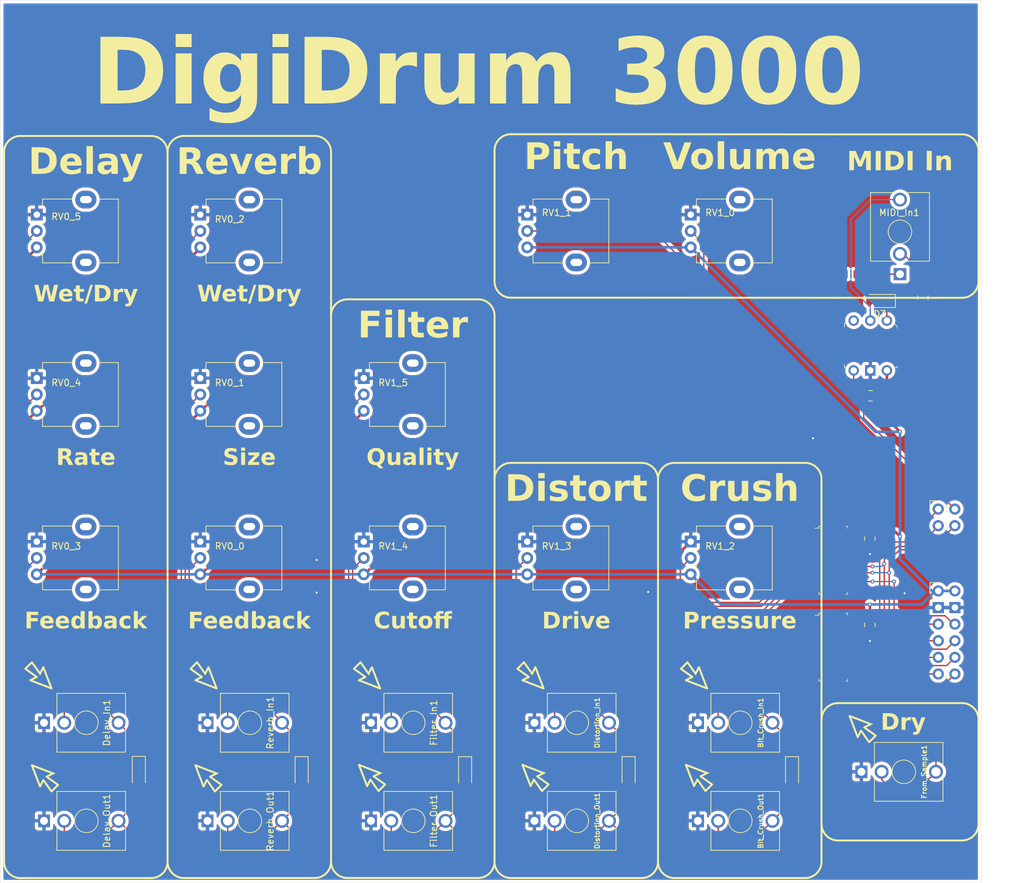
<source format=kicad_pcb>
(kicad_pcb (version 20240108) (generator "pcbnew") (generator_version "8.0")
  (title_block (title "Drum Machine Project") (date "2025-10-23") (rev "0"))
  (layers (0 "F.Cu" signal) (31 "B.Cu" signal) (34 "B.Paste" user) (35 "F.Paste" user) (36 "B.SilkS" user "B.Silkscreen") (37 "F.SilkS" user "F.Silkscreen") (38 "B.Mask" user) (39 "F.Mask" user) (44 "Edge.Cuts" user))
  (net 0 "")
  (net 1 "Net-(D4-K)")
  (net 2 "Net-(D4-A)")
  (net 3 "+3.3V")
  (net 4 "GND")
  (net 5 "Net-(C3-Pad1)")
  (net 6 "Net-(D1-K)")
  (net 7 "Net-(D1-A)")
  (net 8 "Net-(D2-A)")
  (net 9 "Net-(D2-K)")
  (net 10 "Net-(D3-K)")
  (net 11 "Net-(D3-A)")
  (net 12 "Net-(D5-A)")
  (net 13 "Net-(D5-K)")
  (net 14 "Net-(D6-K)")
  (net 15 "Net-(D6-A)")
  (net 16 "Net-(J2-Pin_12)")
  (net 17 "Net-(J2-Pin_6)")
  (net 18 "Net-(J2-Pin_5)")
  (net 19 "Net-(J3-Pin_2)")
  (net 20 "Net-(J3-Pin_3)")
  (net 21 "Net-(J3-Pin_4)")
  (net 22 "Net-(J3-Pin_1)")
  (net 23 "Net-(MIDI_In1-PadR)")
  (net 25 "Net-(U1-CH0)")
  (net 28 "Net-(U1-CH1)")
  (net 30 "Net-(U1-CH2)")
  (net 33 "Net-(U1-CH3)")
  (net 36 "Net-(U2-CH1)")
  (net 38 "Net-(U1-CH4)")
  (net 40 "Net-(U1-CH5)")
  (net 43 "Net-(U2-CH0)")
  (net 49 "Net-(U2-CH2)")
  (net 51 "Net-(U2-CH3)")
  (net 55 "Net-(U2-CH4)")
  (net 59 "Net-(U2-CH5)")
  (footprint "digikey-footprints:DIP-6_W7.62mm" (layer "F.Cu") (at 202.5 73.5 -90)
    (property "Reference" "U4" (hide yes))
    (property "Value" "H11L1M")
  )
  (footprint "My_Library:Potentiometer_Alpha_RD901F-40-00D_Single_Vertical_MP" (layer "F.Cu") (at 147.5 107.3)
    (property "Reference" "RV1_3")
    (property "Value" "R_Potentiometer_MountingPin" (hide yes))
  )
  (footprint "Connector_Audio:Jack_3.5mm_QingPu_WQP-PJ398SM_Vertical_CircularHoles" (layer "F.Cu") (at 148.6 150 90)
    (property "Reference" "Distortion_Out1")
    (property "Value" "AudioJack2_SwitchT")
  )
  (footprint "My_Library:Potentiometer_Alpha_RD901F-40-00D_Single_Vertical_MP" (layer "F.Cu") (at 97.5 107.3)
    (property "Reference" "RV0_0")
    (property "Value" "R_Potentiometer_MountingPin" (hide yes))
  )
  (footprint "My_Library:Potentiometer_Alpha_RD901F-40-00D_Single_Vertical_MP" (layer "F.Cu") (at 72.5 82.3)
    (property "Reference" "RV0_4")
    (property "Value" "R_Potentiometer_MountingPin" (hide yes))
  )
  (footprint "My_Library:Potentiometer_Alpha_RD901F-40-00D_Single_Vertical_MP" (layer "F.Cu") (at 122.5 82.3)
    (property "Reference" "RV1_5")
    (property "Value" "R_Potentiometer_MountingPin" (hide yes))
  )
  (footprint "Diode_SMD:D_SOD-123" (layer "F.Cu") (at 201.45 70.5 180)
    (property "Reference" "D3")
    (property "Value" "BAT46ZFILM")
  )
  (footprint "digikey-footprints:SOIC-16_W3.90mm" (layer "F.Cu") (at 194.3 110.145 -90)
    (property "Reference" "U2" (hide yes))
    (property "Value" "MCP3008")
  )
  (footprint "digikey-footprints:SOIC-16_W3.90mm" (layer "F.Cu") (at 194.3 123.445 -90)
    (property "Reference" "U1" (hide yes))
    (property "Value" "MCP3008")
  )
  (footprint "Diode_SMD:D_SOD-123" (layer "F.Cu") (at 113 142.55 -90)
    (property "Reference" "D2" (hide yes))
    (property "Value" "BAT46ZFILM")
  )
  (footprint "Diode_SMD:D_SOD-123" (layer "F.Cu") (at 88.1 142.5 -90)
    (property "Reference" "D1" (hide yes))
    (property "Value" "BAT46ZFILM")
  )
  (footprint "digikey-footprints:0805" (layer "F.Cu") (at 200 85 180)
    (property "Reference" "R2" (hide yes))
    (property "Value" "270")
  )
  (footprint "Connector_Audio:Jack_3.5mm_QingPu_WQP-PJ398SM_Vertical_CircularHoles" (layer "F.Cu") (at 73.6 135 90)
    (property "Reference" "Delay_In1")
    (property "Value" "AudioJack2_SwitchT")
  )
  (footprint "Connector_Audio:Jack_3.5mm_QingPu_WQP-PJ398SM_Vertical_CircularHoles" (layer "F.Cu") (at 198.6 142.5 90)
    (property "Reference" "From_Sample1")
    (property "Value" "AudioJack2_SwitchT")
  )
  (footprint "Connector_Audio:Jack_3.5mm_QingPu_WQP-PJ398SM_Vertical_CircularHoles" (layer "F.Cu") (at 123.6 150 90)
    (property "Reference" "Filter_Out1")
    (property "Value" "AudioJack2_SwitchT")
  )
  (footprint "My_Library:Potentiometer_Alpha_RD901F-40-00D_Single_Vertical_MP" (layer "F.Cu") (at 97.5 57.3)
    (property "Reference" "RV0_2")
    (property "Value" "R_Potentiometer_MountingPin" (hide yes))
  )
  (footprint "Diode_SMD:D_SOD-123" (layer "F.Cu") (at 138 142.55 -90)
    (property "Reference" "D5" (hide yes))
    (property "Value" "BAT46ZFILM")
  )
  (footprint "My_Library:Potentiometer_Alpha_RD901F-40-00D_Single_Vertical_MP" (layer "F.Cu") (at 172.5 57.3)
    (property "Reference" "RV1_0")
    (property "Value" "R_Potentiometer_MountingPin" (hide yes))
  )
  (footprint "Connector_Audio:Jack_3.5mm_QingPu_WQP-PJ398SM_Vertical_CircularHoles" (layer "F.Cu") (at 123.6 135 90)
    (property "Reference" "Filter_In1")
    (property "Value" "AudioJack2_SwitchT")
  )
  (footprint "Connector_Audio:Jack_3.5mm_QingPu_WQP-PJ398SM_Vertical_CircularHoles" (layer "F.Cu") (at 148.6 135 90)
    (property "Reference" "Distortion_In1")
    (property "Value" "AudioJack2_SwitchT")
  )
  (footprint "My_Library:Potentiometer_Alpha_RD901F-40-00D_Single_Vertical_MP" (layer "F.Cu") (at 147.5 57.3)
    (property "Reference" "RV1_1")
    (property "Value" "R_Potentiometer_MountingPin" (hide yes))
  )
  (footprint "Connector_Audio:Jack_3.5mm_QingPu_WQP-PJ398SM_Vertical_CircularHoles" (layer "F.Cu") (at 173.6 150 90)
    (property "Reference" "Bit_Crush_Out1")
    (property "Value" "AudioJack2_SwitchT")
  )
  (footprint "Connector_Audio:Jack_3.5mm_QingPu_WQP-PJ398SM_Vertical_CircularHoles" (layer "F.Cu") (at 98.6 135 90)
    (property "Reference" "Reverb_In1")
    (property "Value" "AudioJack2_SwitchT")
  )
  (footprint "Connector_PinHeader_2.54mm:PinHeader_2x02_P2.54mm_Horizontal" (layer "F.Cu") (at 210.35 102.325)
    (property "Reference" "J3" (hide yes))
    (property "Value" "Conn_02x02_Odd_Even" (hide yes))
  )
  (footprint "Connector_PinHeader_2.54mm:PinHeader_2x06_P2.54mm_Horizontal" (layer "F.Cu") (at 210.36 114.84)
    (property "Reference" "J2" (hide yes))
    (property "Value" "Conn_02x06_Odd_Even" (hide yes))
  )
  (footprint "My_Library:Potentiometer_Alpha_RD901F-40-00D_Single_Vertical_MP" (layer "F.Cu") (at 97.5 82.3)
    (property "Reference" "RV0_1")
    (property "Value" "R_Potentiometer_MountingPin" (hide yes))
  )
  (footprint "My_Library:Potentiometer_Alpha_RD901F-40-00D_Single_Vertical_MP" (layer "F.Cu") (at 72.5 57.3)
    (property "Reference" "RV0_5")
    (property "Value" "R_Potentiometer_MountingPin" (hide yes))
  )
  (footprint "My_Library:Jack_3.5mm_QingPu_WQP-PJ366ST_Vertical_CircularHoles" (layer "F.Cu") (at 204.5 66.4 180)
    (property "Reference" "MIDI_In1")
    (property "Value" "AudioJack3")
  )
  (footprint "My_Library:Potentiometer_Alpha_RD901F-40-00D_Single_Vertical_MP" (layer "F.Cu") (at 122.5 107.3)
    (property "Reference" "RV1_4")
    (property "Value" "R_Potentiometer_MountingPin" (hide yes))
  )
  (footprint "digikey-footprints:0805" (layer "F.Cu") (at 196.95 66.4 180)
    (property "Reference" "C3" (hide yes))
    (property "Value" "0.1uF")
  )
  (footprint "Connector_Audio:Jack_3.5mm_QingPu_WQP-PJ398SM_Vertical_CircularHoles" (layer "F.Cu") (at 98.6 150 90)
    (property "Reference" "Reverb_Out1")
    (property "Value" "AudioJack2_SwitchT")
  )
  (footprint "My_Library:Potentiometer_Alpha_RD901F-40-00D_Single_Vertical_MP" (layer "F.Cu") (at 172.5 107.3)
    (property "Reference" "RV1_2")
    (property "Value" "R_Potentiometer_MountingPin" (hide yes))
  )
  (footprint "Connector_Audio:Jack_3.5mm_QingPu_WQP-PJ398SM_Vertical_CircularHoles" (layer "F.Cu") (at 73.6 150 90)
    (property "Reference" "Delay_Out1")
    (property "Value" "AudioJack2_SwitchT")
  )
  (footprint "digikey-footprints:0805" (layer "F.Cu") (at 199.9 106.85 -90)
    (property "Reference" "C1" (hide yes))
    (property "Value" "1uF")
  )
  (footprint "digikey-footprints:0805" (layer "F.Cu") (at 208 70 -90)
    (property "Reference" "R1" (hide yes))
    (property "Value" "220")
  )
  (footprint "My_Library:Potentiometer_Alpha_RD901F-40-00D_Single_Vertical_MP" (layer "F.Cu") (at 72.5 107.3)
    (property "Reference" "RV0_3")
    (property "Value" "R_Potentiometer_MountingPin" (hide yes))
  )
  (footprint "Diode_SMD:D_SOD-123" (layer "F.Cu") (at 188 142.55 -90)
    (property "Reference" "D4" (hide yes))
    (property "Value" "BAT46ZFILM")
  )
  (footprint "Connector_Audio:Jack_3.5mm_QingPu_WQP-PJ398SM_Vertical_CircularHoles" (layer "F.Cu") (at 173.6 135 90)
    (property "Reference" "Bit_Crush_In1")
    (property "Value" "AudioJack2_SwitchT")
  )
  (footprint "digikey-footprints:0805" (layer "F.Cu") (at 199.9 120.05 -90)
    (property "Reference" "C2" (hide yes))
    (property "Value" "1uF")
  )
  (footprint "Diode_SMD:D_SOD-123" (layer "F.Cu") (at 163 142.55 -90)
    (property "Reference" "D6" (hide yes))
    (property "Value" "BAT46ZFILM")
  )
  (gr_line (start 216.5 47.517767) (end 216.5 67.517767) (stroke (width 0.3)) (layer "F.SilkS"))
  (gr_arc (start 145 158.741116) (mid 143.232233 158.008883) (end 142.5 156.241116) (stroke (width 0.3)) (layer "F.SilkS"))
  (gr_poly (pts (xy 97 125.75) (xy 98.25 127.5) (xy 98.75 126.5) (xy 100 129.75) (xy 96.75 128.5) (xy 97.75 128) (xy 96 126.75)) (stroke (width 0.3)) (fill none) (layer "F.SilkS"))
  (gr_arc (start 216.5 67.517767) (mid 215.767779 69.285555) (end 214 70.017767) (stroke (width 0.3)) (layer "F.SilkS"))
  (gr_poly (pts (xy 172 125.75) (xy 173.25 127.5) (xy 173.75 126.5) (xy 175 129.75) (xy 171.75 128.5) (xy 172.75 128) (xy 171 126.75)) (stroke (width 0.3)) (fill none) (layer "F.SilkS"))
  (gr_poly (pts (xy 99.75 145.5) (xy 98.5 143.75) (xy 98 144.75) (xy 96.75 141.5) (xy 100 142.75) (xy 99 143.25) (xy 100.75 144.5)) (stroke (width 0.3)) (fill none) (layer "F.SilkS"))
  (gr_poly (pts (xy 71.75 125.75) (xy 73 127.5) (xy 73.5 126.5) (xy 74.75 129.75) (xy 71.5 128.5) (xy 72.5 128) (xy 70.75 126.75)) (stroke (width 0.3)) (fill none) (layer "F.SilkS"))
  (gr_arc (start 90 45.267767) (mid 91.767767 46) (end 92.5 47.767767) (stroke (width 0.3)) (layer "F.SilkS"))
  (gr_poly (pts (xy 174.764175 145.436856) (xy 173.514175 143.686856) (xy 173.014175 144.686856) (xy 171.764175 141.436856) (xy 175.014175 142.686856) (xy 174.014175 143.186856) (xy 175.764175 144.436856)) (stroke (width 0.3)) (fill none) (layer "F.SilkS"))
  (gr_line (start 195.017767 132) (end 214 132) (stroke (width 0.3)) (layer "F.SilkS"))
  (gr_line (start 145 70) (end 165 70) (stroke (width 0.3)) (layer "F.SilkS"))
  (gr_line (start 195.017767 45.017767) (end 214 45.017767) (stroke (width 0.3)) (layer "F.SilkS"))
  (gr_line (start 70 158.75) (end 90 158.75) (stroke (width 0.3)) (layer "F.SilkS"))
  (gr_arc (start 70 158.75) (mid 68.232233 158.017767) (end 67.5 156.25) (stroke (width 0.3)) (layer "F.SilkS"))
  (gr_poly (pts (xy 74.75 145.5) (xy 73.5 143.75) (xy 73 144.75) (xy 71.75 141.5) (xy 75 142.75) (xy 74 143.25) (xy 75.75 144.5)) (stroke (width 0.3)) (fill none) (layer "F.SilkS"))
  (gr_arc (start 214 132) (mid 215.767767 132.732233) (end 216.5 134.5) (stroke (width 0.3)) (layer "F.SilkS"))
  (gr_arc (start 165 95.258883) (mid 166.767767 95.991116) (end 167.5 97.758883) (stroke (width 0.3)) (layer "F.SilkS"))
  (gr_line (start 170 95.258883) (end 190 95.258883) (stroke (width 0.3)) (layer "F.SilkS"))
  (gr_line (start 92.5 47.758883) (end 92.5 156.241116) (stroke (width 0.3)) (layer "F.SilkS"))
  (gr_arc (start 167.5 156.241116) (mid 166.767767 158.008883) (end 165 158.741116) (stroke (width 0.3)) (layer "F.SilkS"))
  (gr_line (start 192.5 97.758883) (end 192.5 156.241116) (stroke (width 0.3)) (layer "F.SilkS"))
  (gr_arc (start 167.5 97.758883) (mid 168.232233 95.991116) (end 170 95.258883) (stroke (width 0.3)) (layer "F.SilkS"))
  (gr_arc (start 216.5 150.5) (mid 215.767767 152.267767) (end 214 153) (stroke (width 0.3)) (layer "F.SilkS"))
  (gr_line (start 142.5 47.5) (end 142.5 67.5) (stroke (width 0.3)) (layer "F.SilkS"))
  (gr_line (start 195.017767 70.017767) (end 214 70.017767) (stroke (width 0.3)) (layer "F.SilkS"))
  (gr_arc (start 192.5 156.241116) (mid 191.767767 158.008883) (end 190 158.741116) (stroke (width 0.3)) (layer "F.SilkS"))
  (gr_line (start 145 45) (end 165 45) (stroke (width 0.3)) (layer "F.SilkS"))
  (gr_arc (start 214 45.017767) (mid 215.767779 45.749998) (end 216.5 47.517767) (stroke (width 0.3)) (layer "F.SilkS"))
  (gr_line (start 67.5 47.767767) (end 67.5 156.25) (stroke (width 0.3)) (layer "F.SilkS"))
  (gr_arc (start 67.5 47.767767) (mid 68.232233 46) (end 70 45.267767) (stroke (width 0.3)) (layer "F.SilkS"))
  (gr_line (start 120 158.732233) (end 140 158.732233) (stroke (width 0.3)) (layer "F.SilkS"))
  (gr_poly (pts (xy 199.78866 137.96134) (xy 198.53866 136.21134) (xy 198.03866 137.21134) (xy 196.78866 133.96134) (xy 200.03866 135.21134) (xy 199.03866 135.71134) (xy 200.78866 136.96134)) (stroke (width 0.3)) (fill none) (layer "F.SilkS"))
  (gr_poly (pts (xy 147 125.75) (xy 148.25 127.5) (xy 148.75 126.5) (xy 150 129.75) (xy 146.75 128.5) (xy 147.75 128) (xy 146 126.75)) (stroke (width 0.3)) (fill none) (layer "F.SilkS"))
  (gr_line (start 167.5 97.758883) (end 167.5 156.241116) (stroke (width 0.3)) (layer "F.SilkS"))
  (gr_line (start 145 95.258883) (end 165 95.258883) (stroke (width 0.3)) (layer "F.SilkS"))
  (gr_poly (pts (xy 149.764175 145.436856) (xy 148.514175 143.686856) (xy 148.014175 144.686856) (xy 146.764175 141.436856) (xy 150.014175 142.686856) (xy 149.014175 143.186856) (xy 150.764175 144.436856)) (stroke (width 0.3)) (fill none) (layer "F.SilkS"))
  (gr_line (start 195.017767 153) (end 214 153) (stroke (width 0.3)) (layer "F.SilkS"))
  (gr_arc (start 95 158.741116) (mid 93.232233 158.008883) (end 92.5 156.241116) (stroke (width 0.3)) (layer "F.SilkS"))
  (gr_line (start 165 45) (end 195.017767 45.017767) (stroke (width 0.3)) (layer "F.SilkS"))
  (gr_arc (start 192.517767 134.5) (mid 193.25 132.732233) (end 195.017767 132) (stroke (width 0.3)) (layer "F.SilkS"))
  (gr_arc (start 117.5 156.241116) (mid 116.767767 158.008883) (end 115 158.741116) (stroke (width 0.3)) (layer "F.SilkS"))
  (gr_line (start 117.5 47.75) (end 117.5 156.232233) (stroke (width 0.3)) (layer "F.SilkS"))
  (gr_arc (start 170 158.741116) (mid 168.232233 158.008883) (end 167.5 156.241116) (stroke (width 0.3)) (layer "F.SilkS"))
  (gr_arc (start 145 70) (mid 143.232233 69.267767) (end 142.5 67.5) (stroke (width 0.3)) (layer "F.SilkS"))
  (gr_line (start 165 70) (end 195.017767 70.017767) (stroke (width 0.3)) (layer "F.SilkS"))
  (gr_arc (start 140 70.25) (mid 141.767767 70.982233) (end 142.5 72.75) (stroke (width 0.3)) (layer "F.SilkS"))
  (gr_line (start 142.5 72.75) (end 142.5 156.232233) (stroke (width 0.3)) (layer "F.SilkS"))
  (gr_line (start 170 158.741116) (end 190 158.741116) (stroke (width 0.3)) (layer "F.SilkS"))
  (gr_arc (start 142.5 47.5) (mid 143.232233 45.732233) (end 145 45) (stroke (width 0.3)) (layer "F.SilkS"))
  (gr_poly (pts (xy 124.764175 145.436856) (xy 123.514175 143.686856) (xy 123.014175 144.686856) (xy 121.764175 141.436856) (xy 125.014175 142.686856) (xy 124.014175 143.186856) (xy 125.764175 144.436856)) (stroke (width 0.3)) (fill none) (layer "F.SilkS"))
  (gr_line (start 70 45.267767) (end 90 45.267767) (stroke (width 0.3)) (layer "F.SilkS"))
  (gr_line (start 145 158.741116) (end 165 158.741116) (stroke (width 0.3)) (layer "F.SilkS"))
  (gr_arc (start 190 95.258883) (mid 191.767767 95.991116) (end 192.5 97.758883) (stroke (width 0.3)) (layer "F.SilkS"))
  (gr_line (start 120 70.25) (end 140 70.25) (stroke (width 0.3)) (layer "F.SilkS"))
  (gr_arc (start 92.5 156.25) (mid 91.767767 158.017767) (end 90 158.75) (stroke (width 0.3)) (layer "F.SilkS"))
  (gr_line (start 95 158.741116) (end 115 158.741116) (stroke (width 0.3)) (layer "F.SilkS"))
  (gr_arc (start 195.017767 153) (mid 193.25 152.267767) (end 192.517767 150.5) (stroke (width 0.3)) (layer "F.SilkS"))
  (gr_arc (start 120 158.732233) (mid 118.232233 158) (end 117.5 156.232233) (stroke (width 0.3)) (layer "F.SilkS"))
  (gr_arc (start 117.5 72.75) (mid 118.232233 70.982233) (end 120 70.25) (stroke (width 0.3)) (layer "F.SilkS"))
  (gr_line (start 216.5 134.5) (end 216.5 150.5) (stroke (width 0.3)) (layer "F.SilkS"))
  (gr_arc (start 142.5 97.758883) (mid 143.232233 95.991116) (end 145 95.258883) (stroke (width 0.3)) (layer "F.SilkS"))
  (gr_poly (pts (xy 122 125.75) (xy 123.25 127.5) (xy 123.75 126.5) (xy 125 129.75) (xy 121.75 128.5) (xy 122.75 128) (xy 121 126.75)) (stroke (width 0.3)) (fill none) (layer "F.SilkS"))
  (gr_arc (start 115 45.258883) (mid 116.767767 45.991116) (end 117.5 47.758883) (stroke (width 0.3)) (layer "F.SilkS"))
  (gr_arc (start 92.5 47.758883) (mid 93.232233 45.991116) (end 95 45.258883) (stroke (width 0.3)) (layer "F.SilkS"))
  (gr_arc (start 142.5 156.232233) (mid 141.767767 158) (end 140 158.732233) (stroke (width 0.3)) (layer "F.SilkS"))
  (gr_line (start 95 45.258883) (end 115 45.258883) (stroke (width 0.3)) (layer "F.SilkS"))
  (gr_rect (start 66.9 24.5) (end 216.9 159.5) (stroke (width 0.05)) (fill none) (layer "Edge.Cuts"))
  (gr_text "DigiDrum 3000" (at 140 42 0) (layer "F.SilkS") (effects (font (size 10 10) (thickness 0.2) (bold yes) (italic yes)) (justify bottom)))
  (gr_text "Cutoff" (at 130 121 0) (layer "F.SilkS") (effects (font (size 2.5 2.5) (thickness 0.4) (bold yes)) (justify bottom)))
  (gr_text "MIDI In" (at 204.5 51 0) (layer "F.SilkS") (effects (font (size 2.9 2.9) (thickness 0.2) (bold yes)) (justify bottom)))
  (gr_text "Pressure" (at 180 121 0) (layer "F.SilkS") (effects (font (size 2.5 2.5) (thickness 0.4) (bold yes)) (justify bottom)))
  (gr_text "Size" (at 105 96 0) (layer "F.SilkS") (effects (font (size 2.5 2.5) (thickness 0.4) (bold yes)) (justify bottom)))
  (gr_text "Reverb" (at 105 51.75 0) (layer "F.SilkS") (effects (font (size 4 4) (thickness 0.4) (bold yes)) (justify bottom)))
  (gr_text "Dry" (at 205 136.5 0) (layer "F.SilkS") (effects (font (size 2.5 2.5) (thickness 0.4) (bold yes)) (justify bottom)))
  (gr_text "Delay" (at 80 51.75 0) (layer "F.SilkS") (effects (font (size 4 4) (thickness 0.4) (bold yes)) (justify bottom)))
  (gr_text "Drive" (at 155 121 0) (layer "F.SilkS") (effects (font (size 2.5 2.5) (thickness 0.4) (bold yes)) (justify bottom)))
  (gr_text "Feedback" (at 105 121 0) (layer "F.SilkS") (effects (font (size 2.5 2.5) (thickness 0.4) (bold yes)) (justify bottom)))
  (gr_text "Rate" (at 80 96 0) (layer "F.SilkS") (effects (font (size 2.5 2.5) (thickness 0.4) (bold yes)) (justify bottom)))
  (gr_text "Wet/Dry" (at 80 71 0) (layer "F.SilkS") (effects (font (size 2.5 2.5) (thickness 0.4) (bold yes)) (justify bottom)))
  (gr_text "Crush" (at 180 101.75 0) (layer "F.SilkS") (effects (font (size 4 4) (thickness 0.4) (bold yes)) (justify bottom)))
  (gr_text "Distort" (at 155 101.75 0) (layer "F.SilkS") (effects (font (size 4 4) (thickness 0.4) (bold yes)) (justify bottom)))
  (gr_text "Quality" (at 130 96 0) (layer "F.SilkS") (effects (font (size 2.5 2.5) (thickness 0.4) (bold yes)) (justify bottom)))
  (gr_text "Filter" (at 130 76.75 0) (layer "F.SilkS") (effects (font (size 4 4) (thickness 0.4) (bold yes)) (justify bottom)))
  (gr_text "Pitch" (at 155 51 0) (layer "F.SilkS") (effects (font (size 4 4) (thickness 0.4) (bold yes)) (justify bottom)))
  (gr_text "Volume" (at 180 51 0) (layer "F.SilkS") (effects (font (size 4 4) (thickness 0.4) (bold yes)) (justify bottom)))
  (gr_text "Feedback" (at 80 121 0) (layer "F.SilkS") (effects (font (size 2.5 2.5) (thickness 0.4) (bold yes)) (justify bottom)))
  (gr_text "Wet/Dry" (at 105 71 0) (layer "F.SilkS") (effects (font (size 2.5 2.5) (thickness 0.4) (bold yes)) (justify bottom)))
  (segment (start 188 138) (end 188 140.9) (width 0.2) (layer "F.Cu") (net 1))
  (segment (start 188 138) (end 185 135) (width 0.2) (layer "F.Cu") (net 1))
  (segment (start 182 131.9) (end 185 134.9) (width 0.2) (layer "F.Cu") (net 1))
  (segment (start 176.7 134.9) (end 176.7 133.2) (width 0.2) (layer "F.Cu") (net 1))
  (segment (start 178 131.9) (end 182 131.9) (width 0.2) (layer "F.Cu") (net 1))
  (segment (start 176.7 133.2) (end 178 131.9) (width 0.2) (layer "F.Cu") (net 1))
  (segment (start 178.1 153) (end 182 153) (width 0.2) (layer "F.Cu") (net 2))
  (segment (start 193.4 137.937256) (end 208.877256 122.46) (width 0.2) (layer "F.Cu") (net 2))
  (segment (start 176.7 149.9) (end 176.7 151.6) (width 0.2) (layer "F.Cu") (net 2))
  (segment (start 208.877256 122.46) (end 210.36 122.46) (width 0.2) (layer "F.Cu") (net 2))
  (segment (start 193.4 142) (end 193.4 137.937256) (width 0.2) (layer "F.Cu") (net 2))
  (segment (start 188 147) (end 188 144.2) (width 0.2) (layer "F.Cu") (net 2))
  (segment (start 191.2 144.2) (end 193.4 142) (width 0.2) (layer "F.Cu") (net 2))
  (segment (start 188 144.2) (end 191.2 144.2) (width 0.2) (layer "F.Cu") (net 2))
  (segment (start 182 153) (end 185 150) (width 0.2) (layer "F.Cu") (net 2))
  (segment (start 185 150) (end 188 147) (width 0.2) (layer "F.Cu") (net 2))
  (segment (start 176.7 151.6) (end 178.1 153) (width 0.2) (layer "F.Cu") (net 2))
  (segment (start 124.5 110.4) (end 124.5 106.1) (width 0.4) (layer "F.Cu") (net 3))
  (segment (start 124.5 106.1) (end 124 105.6) (width 0.4) (layer "F.Cu") (net 3))
  (segment (start 99.5 81.1) (end 99 80.6) (width 0.4) (layer "F.Cu") (net 3))
  (segment (start 199.82 118.92) (end 199.9 119) (width 0.4) (layer "F.Cu") (net 3))
  (segment (start 97.5 87.4) (end 99.5 85.4) (width 0.4) (layer "F.Cu") (net 3))
  (segment (start 198.71 120.19) (end 199.9 119) (width 0.4) (layer "F.Cu") (net 3))
  (segment (start 96.5 80.6) (end 96 80.1) (width 0.4) (layer "F.Cu") (net 3))
  (segment (start 72.5 87.3) (end 72.5 87.7) (width 0.4) (layer "F.Cu") (net 3))
  (segment (start 96 88.9) (end 97.5 87.4) (width 0.4) (layer "F.Cu") (net 3))
  (segment (start 99.5 106.1) (end 99 105.6) (width 0.4) (layer "F.Cu") (net 3))
  (segment (start 197 118.92) (end 199.82 118.92) (width 0.4) (layer "F.Cu") (net 3))
  (segment (start 199.8 105.7) (end 199.9 105.8) (width 0.4) (layer "F.Cu") (net 3))
  (segment (start 202.5 83.55) (end 201.05 85) (width 0.4) (layer "F.Cu") (net 3))
  (segment (start 96 80.1) (end 96 63.9) (width 0.4) (layer "F.Cu") (net 3))
  (segment (start 99 105.6) (end 96.5 105.6) (width 0.4) (layer "F.Cu") (net 3))
  (segment (start 96.5 105.6) (end 96 105.1) (width 0.4) (layer "F.Cu") (net 3))
  (segment (start 202.5 81.12) (end 202.5 83.55) (width 0.4) (layer "F.Cu") (net 3))
  (segment (start 99.5 110.4) (end 99.5 106.1) (width 0.4) (layer "F.Cu") (net 3))
  (segment (start 97.5 112.4) (end 99.5 110.4) (width 0.4) (layer "F.Cu") (net 3))
  (segment (start 121 105.1) (end 121 88.9) (width 0.4) (layer "F.Cu") (net 3))
  (segment (start 121 88.9) (end 122.5 87.4) (width 0.4) (layer "F.Cu") (net 3))
  (segment (start 198.73 106.97) (end 199.9 105.8) (width 0.4) (layer "F.Cu") (net 3))
  (segment (start 199.9 119) (end 199.9 116.9) (width 0.4) (layer "F.Cu") (net 3))
  (segment (start 71 105) (end 71 88.8) (width 0.4) (layer "F.Cu") (net 3))
  (segment (start 74 105.5) (end 71.5 105.5) (width 0.4) (layer "F.Cu") (net 3))
  (segment (start 74 80.6) (end 71.5 80.6) (width 0.4) (layer "F.Cu") (net 3))
  (segment (start 122.5 112.4) (end 124.5 110.4) (width 0.4) (layer "F.Cu") (net 3))
  (segment (start 71 63.9) (end 72.5 62.4) (width 0.4) (layer "F.Cu") (net 3))
  (segment (start 121.5 105.6) (end 121 105.1) (width 0.4) (layer "F.Cu") (net 3))
  (segment (start 71.5 105.5) (end 71 105) (width 0.4) (layer "F.Cu") (net 3))
  (segment (start 201.05 87.05) (end 201.05 85) (width 0.4) (layer "F.Cu") (net 3))
  (segment (start 74.5 110.3) (end 74.5 106) (width 0.4) (layer "F.Cu") (net 3))
  (segment (start 204.5 106.5) (end 203.8 105.8) (width 0.4) (layer "F.Cu") (net 3))
  (segment (start 71.5 80.6) (end 71 80.1) (width 0.4) (layer "F.Cu") (net 3))
  (segment (start 74.5 85.4) (end 74.5 81.1) (width 0.4) (layer "F.Cu") (net 3))
  (segment (start 71 80.1) (end 71 63.9) (width 0.4) (layer "F.Cu") (net 3))
  (segment (start 203.8 105.8) (end 199.9 105.8) (width 0.4) (layer "F.Cu") (net 3))
  (segment (start 74.5 106) (end 74 105.5) (width 0.4) (layer "F.Cu") (net 3))
  (segment (start 197 106.97) (end 198.73 106.97) (width 0.4) (layer "F.Cu") (net 3))
  (segment (start 72.5 112.3) (end 74.5 110.3) (width 0.4) (layer "F.Cu") (net 3))
  (segment (start 72.5 87.4) (end 74.5 85.4) (width 0.4) (layer "F.Cu") (net 3))
  (segment (start 74.5 81.1) (end 74 80.6) (width 0.4) (layer "F.Cu") (net 3))
  (segment (start 99.5 85.4) (end 99.5 81.1) (width 0.4) (layer "F.Cu") (net 3))
  (segment (start 197 120.19) (end 198.71 120.19) (width 0.4) (layer "F.Cu") (net 3))
  (segment (start 71 88.8) (end 72.5 87.3) (width 0.4) (layer "F.Cu") (net 3))
  (segment (start 96 105.1) (end 96 88.9) (width 0.4) (layer "F.Cu") (net 3))
  (segment (start 96 63.9) (end 97.5 62.4) (width 0.4) (layer "F.Cu") (net 3))
  (segment (start 99 80.6) (end 96.5 80.6) (width 0.4) (layer "F.Cu") (net 3))
  (segment (start 124 105.6) (end 121.5 105.6) (width 0.4) (layer "F.Cu") (net 3))
  (segment (start 197 105.7) (end 199.8 105.7) (width 0.4) (layer "F.Cu") (net 3))
  (segment (start 204.5 90.5) (end 201.05 87.05) (width 0.4) (layer "F.Cu") (net 3))
  (via (at 204.5 90.5) (size 0.6) (drill 0.3) (layers "F.Cu" "B.Cu") (net 3))
  (via (at 204.5 106.5) (size 0.6) (drill 0.3) (layers "F.Cu" "B.Cu") (net 3))
  (via (at 199.9 116.9) (size 0.6) (drill 0.3) (layers "F.Cu" "B.Cu") (net 3))
  (segment (start 177.1 116.9) (end 199.9 116.9) (width 0.4) (layer "B.Cu") (net 3))
  (segment (start 200.7 90.5) (end 172.5 62.3) (width 0.4) (layer "B.Cu") (net 3))
  (segment (start 122.5 112.3) (end 147.5 112.3) (width 0.4) (layer "B.Cu") (net 3))
  (segment (start 212.9 114.84) (end 209.36 114.84) (width 0.4) (layer "B.Cu") (net 3))
  (segment (start 199.9 116.9) (end 207.85 116.9) (width 0.4) (layer "B.Cu") (net 3))
  (segment (start 210.36 114.84) (end 209.91 114.84) (width 0.4) (layer "B.Cu") (net 3))
  (segment (start 172.5 112.3) (end 177.1 116.9) (width 0.4) (layer "B.Cu") (net 3))
  (segment (start 98 112.3) (end 122.5 112.3) (width 0.4) (layer "B.Cu") (net 3))
  (segment (start 204.5 90.5) (end 200.7 90.5) (width 0.4) (layer "B.Cu") (net 3))
  (segment (start 209.36 114.84) (end 204.5 109.98) (width 0.4) (layer "B.Cu") (net 3))
  (segment (start 207.85 116.9) (end 209.91 114.84) (width 0.4) (layer "B.Cu") (net 3))
  (segment (start 172.5 112.3) (end 147.5 112.3) (width 0.4) (layer "B.Cu") (net 3))
  (segment (start 204.5 106.5) (end 204.5 109) (width 0.4) (layer "B.Cu") (net 3))
  (segment (start 204.5 109) (end 204.5 90.5) (width 0.4) (layer "B.Cu") (net 3))
  (segment (start 72.5 112.3) (end 98 112.3) (width 0.4) (layer "B.Cu") (net 3))
  (segment (start 172.5 62.3) (end 147.5 62.3) (width 0.4) (layer "B.Cu") (net 3))
  (segment (start 204.5 109.98) (end 204.5 109) (width 0.4) (layer "B.Cu") (net 3))
  (segment (start 191.5 82.2) (end 191.2 82.5) (width 0.4) (layer "F.Cu") (net 4))
  (segment (start 195.6 78.1) (end 191.5 82.2) (width 0.4) (layer "F.Cu") (net 4))
  (segment (start 199.96 78.96) (end 199.1 78.1) (width 0.4) (layer "F.Cu") (net 4))
  (segment (start 199.96 81.12) (end 199.96 78.96) (width 0.4) (layer "F.Cu") (net 4))
  (segment (start 172.5 107.3) (end 166 113.8) (width 0.4) (layer "F.Cu") (net 4))
  (segment (start 191.2 82.5) (end 191.2 91.5) (width 0.4) (layer "F.Cu") (net 4))
  (segment (start 199.9 107.9) (end 199.9 109.2) (width 0.4) (layer "F.Cu") (net 4))
  (segment (start 166 113.8) (end 166 115) (width 0.4) (layer "F.Cu") (net 4))
  (segment (start 115.3 110.1) (end 115.3 115.1) (width 0.4) (layer "F.Cu") (net 4))
  (segment (start 199.9 121.1) (end 199.9 122.5) (width 0.4) (layer "F.Cu") (net 4))
  (segment (start 199.1 78.1) (end 195.6 78.1) (width 0.4) (layer "F.Cu") (net 4))
  (via (at 191.2 91.5) (size 0.6) (drill 0.3) (layers "F.Cu" "B.Cu") (net 4))
  (via (at 205.2 115.2) (size 0.6) (drill 0.3) (layers "F.Cu" "B.Cu") (net 4))
  (via (at 115.3 110.1) (size 0.6) (drill 0.3) (layers "F.Cu" "B.Cu") (net 4))
  (via (at 199.9 109.2) (size 0.6) (drill 0.3) (layers "F.Cu" "B.Cu") (net 4))
  (via (at 199.9 122.5) (size 0.6) (drill 0.3) (layers "F.Cu" "B.Cu") (net 4))
  (via (at 166 115) (size 0.6) (drill 0.3) (layers "F.Cu" "B.Cu") (net 4))
  (via (at 115.3 115.1) (size 0.6) (drill 0.3) (layers "F.Cu" "B.Cu") (net 4))
  (segment (start 198.4 110.7) (end 198.4 111.2) (width 0.4) (layer "B.Cu") (net 4))
  (segment (start 210.36 117.38) (end 210.36 117.48) (width 0.4) (layer "B.Cu") (net 4))
  (segment (start 198.4 111.2) (end 198.4 114.3) (width 0.4) (layer "B.Cu") (net 4))
  (segment (start 118.1 107.3) (end 115.3 110.1) (width 0.4) (layer "B.Cu") (net 4))
  (segment (start 199.9 109.2) (end 198.4 110.7) (width 0.4) (layer "B.Cu") (net 4))
  (segment (start 122.5 107.3) (end 118.1 107.3) (width 0.4) (layer "B.Cu") (net 4))
  (segment (start 199.3 115.2) (end 205.2 115.2) (width 0.4) (layer "B.Cu") (net 4))
  (segment (start 198.4 114.3) (end 199.3 115.2) (width 0.4) (layer "B.Cu") (net 4))
  (segment (start 204.9 66.3) (end 205 66.4) (width 0.2) (layer "F.Cu") (net 5))
  (segment (start 204.5 66.4) (end 198 66.4) (width 0.2) (layer "F.Cu") (net 5))
  (segment (start 82 132) (end 85 135) (width 0.2) (layer "F.Cu") (net 6))
  (segment (start 85 135) (end 88.1 138.1) (width 0.2) (layer "F.Cu") (net 6))
  (segment (start 76.7 135) (end 76.7 133.3) (width 0.2) (layer "F.Cu") (net 6))
  (segment (start 78 132) (end 82 132) (width 0.2) (layer "F.Cu") (net 6))
  (segment (start 76.7 133.3) (end 78 132) (width 0.2) (layer "F.Cu") (net 6))
  (segment (start 88.1 138.1) (end 88.1 140.85) (width 0.2) (layer "F.Cu") (net 6))
  (segment (start 206.06 127.54) (end 210.36 127.54) (width 0.2) (layer "F.Cu") (net 7))
  (segment (start 183 158) (end 195 146) (width 0.2) (layer "F.Cu") (net 7))
  (segment (start 195 138.6) (end 206.06 127.54) (width 0.2) (layer "F.Cu") (net 7))
  (segment (start 76.7 151.7) (end 78 153) (width 0.2) (layer "F.Cu") (net 7))
  (segment (start 85 150) (end 93 158) (width 0.2) (layer "F.Cu") (net 7))
  (segment (start 195 146) (end 195 138.6) (width 0.2) (layer "F.Cu") (net 7))
  (segment (start 76.7 150) (end 76.7 151.7) (width 0.2) (layer "F.Cu") (net 7))
  (segment (start 82 153) (end 85 150) (width 0.2) (layer "F.Cu") (net 7))
  (segment (start 88.1 146.9) (end 88.1 144.15) (width 0.2) (layer "F.Cu") (net 7))
  (segment (start 93 158) (end 183 158) (width 0.2) (layer "F.Cu") (net 7))
  (segment (start 78 153) (end 82 153) (width 0.2) (layer "F.Cu") (net 7))
  (segment (start 85 150) (end 88.1 146.9) (width 0.2) (layer "F.Cu") (net 7))
  (segment (start 101.7 150) (end 101.7 151.7) (width 0.2) (layer "F.Cu") (net 8))
  (segment (start 107 153) (end 110 150) (width 0.2) (layer "F.Cu") (net 8))
  (segment (start 103 153) (end 107 153) (width 0.2) (layer "F.Cu") (net 8))
  (segment (start 211.65 126.25) (end 212.9 125) (width 0.2) (layer "F.Cu") (net 8))
  (segment (start 110 150) (end 113 147) (width 0.2) (layer "F.Cu") (net 8))
  (segment (start 183 157) (end 194.6 145.4) (width 0.2) (layer "F.Cu") (net 8))
  (segment (start 206.784314 126.25) (end 211.65 126.25) (width 0.2) (layer "F.Cu") (net 8))
  (segment (start 117 157) (end 183 157) (width 0.2) (layer "F.Cu") (net 8))
  (segment (start 101.7 151.7) (end 103 153) (width 0.2) (layer "F.Cu") (net 8))
  (segment (start 194.6 138.434314) (end 206.784314 126.25) (width 0.2) (layer "F.Cu") (net 8))
  (segment (start 194.6 145.4) (end 194.6 138.434314) (width 0.2) (layer "F.Cu") (net 8))
  (segment (start 113 147) (end 113 144.2) (width 0.2) (layer "F.Cu") (net 8))
  (segment (start 110 150) (end 117 157) (width 0.2) (layer "F.Cu") (net 8))
  (segment (start 113 138) (end 110 135) (width 0.2) (layer "F.Cu") (net 9))
  (segment (start 103 131.9) (end 107 131.9) (width 0.2) (layer "F.Cu") (net 9))
  (segment (start 107 131.9) (end 110 134.9) (width 0.2) (layer "F.Cu") (net 9))
  (segment (start 101.7 134.9) (end 101.7 133.2) (width 0.2) (layer "F.Cu") (net 9))
  (segment (start 101.7 133.2) (end 103 131.9) (width 0.2) (layer "F.Cu") (net 9))
  (segment (start 113 140.9) (end 113 138) (width 0.2) (layer "F.Cu") (net 9))
  (segment (start 202.5 73.5) (end 202.5 71.1) (width 0.2) (layer "F.Cu") (net 10))
  (segment (start 207.45 70.5) (end 208 71.05) (width 0.2) (layer "F.Cu") (net 10))
  (segment (start 202.5 71.1) (end 203.1 70.5) (width 0.2) (layer "F.Cu") (net 10))
  (segment (start 203.1 70.5) (end 207.45 70.5) (width 0.2) (layer "F.Cu") (net 10))
  (segment (start 199.960844 70.450287) (end 199.960844 73.499156) (width 0.2) (layer "F.Cu") (net 11))
  (segment (start 200.010557 70.5) (end 199.960844 70.450287) (width 0.2) (layer "F.Cu") (net 11))
  (segment (start 199.960844 73.499156) (end 199.96 73.5) (width 0.2) (layer "F.Cu") (net 11))
  (segment (start 197 68.5) (end 199.96 71.46) (width 0.2) (layer "B.Cu") (net 11))
  (segment (start 200 55) (end 197 58) (width 0.2) (layer "B.Cu") (net 11))
  (segment (start 200 55) (end 205 55) (width 0.2) (layer "B.Cu") (net 11))
  (segment (start 197 58) (end 197 68.5) (width 0.2) (layer "B.Cu") (net 11))
  (segment (start 199.96 71.46) (end 199.96 73.5) (width 0.2) (layer "B.Cu") (net 11))
  (segment (start 194.2 144.8) (end 183 156) (width 0.2) (layer "F.Cu") (net 12))
  (segment (start 126.7 151.7) (end 128 153) (width 0.2) (layer "F.Cu") (net 12))
  (segment (start 183 156) (end 141 156) (width 0.2) (layer "F.Cu") (net 12))
  (segment (start 135 150) (end 138 147) (width 0.2) (layer "F.Cu") (net 12))
  (segment (start 126.7 150) (end 126.7 151.7) (width 0.2) (layer "F.Cu") (net 12))
  (segment (start 128 153) (end 132 153) (width 0.2) (layer "F.Cu") (net 12))
  (segment (start 141 156) (end 135 150) (width 0.2) (layer "F.Cu") (net 12))
  (segment (start 194.2 138.268628) (end 194.2 144.8) (width 0.2) (layer "F.Cu") (net 12))
  (segment (start 207.468628 125) (end 194.2 138.268628) (width 0.2) (layer "F.Cu") (net 12))
  (segment (start 132 153) (end 135 150) (width 0.2) (layer "F.Cu") (net 12))
  (segment (start 209.36 125) (end 207.468628 125) (width 0.2) (layer "F.Cu") (net 12))
  (segment (start 138 147) (end 138 144.2) (width 0.2) (layer "F.Cu") (net 12))
  (segment (start 138 138) (end 135 135) (width 0.2) (layer "F.Cu") (net 13))
  (segment (start 126.7 133.2) (end 128 131.9) (width 0.2) (layer "F.Cu") (net 13))
  (segment (start 138 140.9) (end 138 138) (width 0.2) (layer "F.Cu") (net 13))
  (segment (start 132 131.9) (end 135 134.9) (width 0.2) (layer "F.Cu") (net 13))
  (segment (start 126.7 134.9) (end 126.7 133.2) (width 0.2) (layer "F.Cu") (net 13))
  (segment (start 128 131.9) (end 132 131.9) (width 0.2) (layer "F.Cu") (net 13))
  (segment (start 153 131.9) (end 157 131.9) (width 0.2) (layer "F.Cu") (net 14))
  (segment (start 151.7 134.9) (end 151.7 133.2) (width 0.2) (layer "F.Cu") (net 14))
  (segment (start 163 140.9) (end 163 138) (width 0.2) (layer "F.Cu") (net 14))
  (segment (start 163 138) (end 160 135) (width 0.2) (layer "F.Cu") (net 14))
  (segment (start 151.7 133.2) (end 153 131.9) (width 0.2) (layer "F.Cu") (net 14))
  (segment (start 157 131.9) (end 160 134.9) (width 0.2) (layer "F.Cu") (net 14))
  (segment (start 165 155) (end 183 155) (width 0.2) (layer "F.Cu") (net 15))
  (segment (start 160 150) (end 163 147) (width 0.2) (layer "F.Cu") (net 15))
  (segment (start 163 147) (end 163 144.2) (width 0.2) (layer "F.Cu") (net 15))
  (segment (start 193.8 144.2) (end 193.8 138.102942) (width 0.2) (layer "F.Cu") (net 15))
  (segment (start 157 153) (end 160 150) (width 0.2) (layer "F.Cu") (net 15))
  (segment (start 183 155) (end 193.8 144.2) (width 0.2) (layer "F.Cu") (net 15))
  (segment (start 211.61 123.75) (end 212.9 122.46) (width 0.2) (layer "F.Cu") (net 15))
  (segment (start 151.7 150) (end 151.7 151.7) (width 0.2) (layer "F.Cu") (net 15))
  (segment (start 153 153) (end 157 153) (width 0.2) (layer "F.Cu") (net 15))
  (segment (start 151.7 151.7) (end 153 153) (width 0.2) (layer "F.Cu") (net 15))
  (segment (start 193.8 138.102942) (end 208.152942 123.75) (width 0.2) (layer "F.Cu") (net 15))
  (segment (start 208.152942 123.75) (end 211.61 123.75) (width 0.2) (layer "F.Cu") (net 15))
  (segment (start 160 150) (end 165 155) (width 0.2) (layer "F.Cu") (net 15))
  (segment (start 206.04 128.96) (end 211.48 128.96) (width 0.2) (layer "F.Cu") (net 16))
  (segment (start 201.7 143.7) (end 201.7 142.5) (width 0.2) (layer "F.Cu") (net 16))
  (segment (start 207 145.5) (end 203.5 145.5) (width 0.2) (layer "F.Cu") (net 16))
  (segment (start 210 142.5) (end 210 135.46) (width 0.2) (layer "F.Cu") (net 16))
  (segment (start 203.5 145.5) (end 201.7 143.7) (width 0.2) (layer "F.Cu") (net 16))
  (segment (start 210 142.5) (end 207 145.5) (width 0.2) (layer "F.Cu") (net 16))
  (segment (start 210 135.46) (end 207.54 133) (width 0.2) (layer "F.Cu") (net 16))
  (segment (start 205.5 133) (end 207.54 133) (width 0.2) (layer "F.Cu") (net 16))
  (segment (start 211.48 128.96) (end 212.9 127.54) (width 0.2) (layer "F.Cu") (net 16))
  (segment (start 205.5 129.5) (end 206.04 128.96) (width 0.2) (layer "F.Cu") (net 16))
  (segment (start 205.5 129.5) (end 205.5 133) (width 0.2) (layer "F.Cu") (net 16))
  (segment (start 200.3 113.4) (end 197.08 113.4) (width 0.2) (layer "F.Cu") (net 17))
  (segment (start 203.6 113.4) (end 203.6 117.6) (width 0.2) (layer "F.Cu") (net 17))
  (segment (start 203.6 117.6) (end 204.638078 118.638078) (width 0.2) (layer "F.Cu") (net 17))
  (segment (start 197.08 113.4) (end 197 113.32) (width 0.2) (layer "F.Cu") (net 17))
  (segment (start 204.638078 118.638078) (end 211.388078 118.638078) (width 0.2) (layer "F.Cu") (net 17))
  (segment (start 211.388078 118.638078) (end 212.9 120.15) (width 0.2) (layer "F.Cu") (net 17))
  (via (at 200.3 113.4) (size 0.6) (drill 0.3) (layers "F.Cu" "B.Cu") (net 17))
  (via (at 203.6 113.4) (size 0.6) (drill 0.3) (layers "F.Cu" "B.Cu") (net 17))
  (segment (start 203.6 113.4) (end 200.3 113.4) (width 0.2) (layer "B.Cu") (net 17))
  (segment (start 197 126.62) (end 200.08 126.62) (width 0.2) (layer "F.Cu") (net 18))
  (segment (start 200.08 126.62) (end 206.78 119.92) (width 0.2) (layer "F.Cu") (net 18))
  (segment (start 206.78 119.92) (end 210.36 119.92) (width 0.2) (layer "F.Cu") (net 18))
  (segment (start 212.89 102.325) (end 198.95 88.385) (width 0.2) (layer "F.Cu") (net 19))
  (segment (start 198.95 88.385) (end 198.95 85) (width 0.2) (layer "F.Cu") (net 19))
  (segment (start 197.42 83.47) (end 198.95 85) (width 0.2) (layer "F.Cu") (net 19))
  (segment (start 197.42 81.12) (end 197.42 83.47) (width 0.2) (layer "F.Cu") (net 19))
  (segment (start 202.1 122.9) (end 201 124) (width 0.2) (layer "F.Cu") (net 20))
  (segment (start 197.475 110.78) (end 197.795 111.1) (width 0.2) (layer "F.Cu") (net 20))
  (segment (start 207.265 108.05) (end 210.35 104.965) (width 0.2) (layer "F.Cu") (net 20))
  (segment (start 202.1 110.7) (end 202.1 122.9) (width 0.2) (layer "F.Cu") (net 20))
  (segment (start 197.795 111.1) (end 200.3 111.1) (width 0.2) (layer "F.Cu") (net 20))
  (segment (start 210.35 104.965) (end 210.35 104.865) (width 0.2) (layer "F.Cu") (net 20))
  (segment (start 202.1 110.05) (end 204.1 108.05) (width 0.2) (layer "F.Cu") (net 20))
  (segment (start 204.1 108.05) (end 207.265 108.05) (width 0.2) (layer "F.Cu") (net 20))
  (segment (start 202.1 110.7) (end 202.1 110.05) (width 0.2) (layer "F.Cu") (net 20))
  (segment (start 201 124) (end 197 124) (width 0.2) (layer "F.Cu") (net 20))
  (segment (start 197 110.78) (end 197.475 110.78) (width 0.2) (layer "F.Cu") (net 20))
  (via (at 200.3 111.1) (size 0.6) (drill 0.3) (layers "F.Cu" "B.Cu") (net 20))
  (via (at 202.1 110.7) (size 0.6) (drill 0.3) (layers "F.Cu" "B.Cu") (net 20))
  (segment (start 200.3 111.1) (end 201.7 111.1) (width 0.2) (layer "B.Cu") (net 20))
  (segment (start 201.7 111.1) (end 202.1 110.7) (width 0.2) (layer "B.Cu") (net 20))
  (segment (start 202.85 110.15) (end 204.45 108.55) (width 0.2) (layer "F.Cu") (net 21))
  (segment (start 202.85 112.05) (end 202.85 122.95) (width 0.2) (layer "F.Cu") (net 21))
  (segment (start 202.85 122.95) (end 200.53 125.27) (width 0.2) (layer "F.Cu") (net 21))
  (segment (start 209.205 108.55) (end 212.89 104.865) (width 0.2) (layer "F.Cu") (net 21))
  (segment (start 202.85 112.05) (end 202.85 110.15) (width 0.2) (layer "F.Cu") (net 21))
  (segment (start 204.45 108.55) (end 209.205 108.55) (width 0.2) (layer "F.Cu") (net 21))
  (segment (start 200.53 125.27) (end 197 125.27) (width 0.2) (layer "F.Cu") (net 21))
  (segment (start 197 112.05) (end 200.3 112.05) (width 0.2) (layer "F.Cu") (net 21))
  (via (at 200.3 112.05) (size 0.6) (drill 0.3) (layers "F.Cu" "B.Cu") (net 21))
  (via (at 202.85 112.05) (size 0.6) (drill 0.3) (layers "F.Cu" "B.Cu") (net 21))
  (segment (start 200.3 112.05) (end 202.85 112.05) (width 0.2) (layer "B.Cu") (net 21))
  (segment (start 200.6 110.4) (end 201.4 109.6) (width 0.2) (layer "F.Cu") (net 22))
  (segment (start 210.35 102.425) (end 205.425 107.35) (width 0.2) (layer "F.Cu") (net 22))
  (segment (start 201.4 122.8) (end 201.4 109.85) (width 0.2) (layer "F.Cu") (net 22))
  (segment (start 205.425 107.35) (end 203.45 107.35) (width 0.2) (layer "F.Cu") (net 22))
  (segment (start 199 110.4) (end 200.6 110.4) (width 0.2) (layer "F.Cu") (net 22))
  (segment (start 201.4 109.4) (end 201.4 109.85) (width 0.2) (layer "F.Cu") (net 22))
  (segment (start 198.11 109.51) (end 199 110.4) (width 0.2) (layer "F.Cu") (net 22))
  (segment (start 200.7 123.5) (end 201.4 122.8) (width 0.2) (layer "F.Cu") (net 22))
  (segment (start 198.03 122.73) (end 198.8 123.5) (width 0.2) (layer "F.Cu") (net 22))
  (segment (start 203.45 107.35) (end 201.4 109.4) (width 0.2) (layer "F.Cu") (net 22))
  (segment (start 197 122.73) (end 198.03 122.73) (width 0.2) (layer "F.Cu") (net 22))
  (segment (start 210.35 102.325) (end 210.35 102.425) (width 0.2) (layer "F.Cu") (net 22))
  (segment (start 198.8 123.5) (end 200.7 123.5) (width 0.2) (layer "F.Cu") (net 22))
  (segment (start 197 109.51) (end 198.11 109.51) (width 0.2) (layer "F.Cu") (net 22))
  (segment (start 201.4 109.85) (end 201.4 109.6) (width 0.2) (layer "F.Cu") (net 22))
  (segment (start 208 68.95) (end 208 66.3) (width 0.2) (layer "F.Cu") (net 23))
  (segment (start 208 66.3) (end 205 63.3) (width 0.2) (layer "F.Cu") (net 23))
  (segment (start 95.8 111.5) (end 97.5 109.8) (width 0.2) (layer "F.Cu") (net 25))
  (segment (start 95.8 116.8) (end 95.8 111.5) (width 0.2) (layer "F.Cu") (net 25))
  (segment (start 191.6 119) (end 98 119) (width 0.2) (layer "F.Cu") (net 25))
  (segment (start 98 119) (end 95.8 116.8) (width 0.2) (layer "F.Cu") (net 25))
  (segment (start 191.6 120.27) (end 189.17 120.27) (width 0.2) (layer "F.Cu") (net 28))
  (segment (start 189.17 120.27) (end 188.5 119.6) (width 0.2) (layer "F.Cu") (net 28))
  (segment (start 97.7 119.6) (end 95.2 117.1) (width 0.2) (layer "F.Cu") (net 28))
  (segment (start 95.2 87.1) (end 97.5 84.8) (width 0.2) (layer "F.Cu") (net 28))
  (segment (start 188.5 119.6) (end 97.7 119.6) (width 0.2) (layer "F.Cu") (net 28))
  (segment (start 95.2 117.1) (end 95.2 87.1) (width 0.2) (layer "F.Cu") (net 28))
  (segment (start 97.5 120.2) (end 94.6 117.3) (width 0.2) (layer "F.Cu") (net 30))
  (segment (start 94.6 62.7) (end 97.5 59.8) (width 0.2) (layer "F.Cu") (net 30))
  (segment (start 94.6 117.3) (end 94.6 62.7) (width 0.2) (layer "F.Cu") (net 30))
  (segment (start 189.14 121.54) (end 187.8 120.2) (width 0.2) (layer "F.Cu") (net 30))
  (segment (start 191.6 121.54) (end 189.14 121.54) (width 0.2) (layer "F.Cu") (net 30))
  (segment (start 187.8 120.2) (end 97.5 120.2) (width 0.2) (layer "F.Cu") (net 30))
  (segment (start 70.8 111.5) (end 72.5 109.8) (width 0.2) (layer "F.Cu") (net 33))
  (segment (start 75 120.8) (end 70.8 116.6) (width 0.2) (layer "F.Cu") (net 33))
  (segment (start 191.6 122.81) (end 189.11 122.81) (width 0.2) (layer "F.Cu") (net 33))
  (segment (start 187.1 120.8) (end 75 120.8) (width 0.2) (layer "F.Cu") (net 33))
  (segment (start 70.8 116.6) (end 70.8 111.5) (width 0.2) (layer "F.Cu") (net 33))
  (segment (start 189.11 122.81) (end 187.1 120.8) (width 0.2) (layer "F.Cu") (net 33))
  (segment (start 191.6 106.97) (end 190.404314 106.97) (width 0.2) (layer "F.Cu") (net 36))
  (segment (start 166.8 59.8) (end 147.5 59.8) (width 0.2) (layer "F.Cu") (net 36))
  (segment (start 190.404314 106.97) (end 186.5 103.065686) (width 0.2) (layer "F.Cu") (net 36))
  (segment (start 186.5 103.065686) (end 186.5 79.5) (width 0.2) (layer "F.Cu") (net 36))
  (segment (start 186.5 79.5) (end 166.8 59.8) (width 0.2) (layer "F.Cu") (net 36))
  (segment (start 186.4 121.4) (end 74.8 121.4) (width 0.2) (layer "F.Cu") (net 38))
  (segment (start 70.2 87.1) (end 72.5 84.8) (width 0.2) (layer "F.Cu") (net 38))
  (segment (start 72.5 84.8) (end 72.5 85.2) (width 0.2) (layer "F.Cu") (net 38))
  (segment (start 189.08 124.08) (end 186.4 121.4) (width 0.2) (layer "F.Cu") (net 38))
  (segment (start 191.6 124.08) (end 189.08 124.08) (width 0.2) (layer "F.Cu") (net 38))
  (segment (start 70.2 116.8) (end 70.2 87.1) (width 0.2) (layer "F.Cu") (net 38))
  (segment (start 74.8 121.4) (end 70.2 116.8) (width 0.2) (layer "F.Cu") (net 38))
  (segment (start 191.6 125.35) (end 189.05 125.35) (width 0.2) (layer "F.Cu") (net 40))
  (segment (start 74.65 122) (end 69.6 116.95) (width 0.2) (layer "F.Cu") (net 40))
  (segment (start 189.05 125.35) (end 185.7 122) (width 0.2) (layer "F.Cu") (net 40))
  (segment (start 69.6 62.7) (end 72.5 59.8) (width 0.2) (layer "F.Cu") (net 40))
  (segment (start 185.7 122) (end 74.65 122) (width 0.2) (layer "F.Cu") (net 40))
  (segment (start 69.6 116.95) (end 69.6 62.7) (width 0.2) (layer "F.Cu") (net 40))
  (segment (start 189.7 105.7) (end 187 103) (width 0.2) (layer "F.Cu") (net 43))
  (segment (start 187 79) (end 174.5 66.5) (width 0.2) (layer "F.Cu") (net 43))
  (segment (start 174.5 66.5) (end 174.5 61.8) (width 0.2) (layer "F.Cu") (net 43))
  (segment (start 174.5 61.8) (end 172.5 59.8) (width 0.2) (layer "F.Cu") (net 43))
  (segment (start 191.6 105.7) (end 189.7 105.7) (width 0.2) (layer "F.Cu") (net 43))
  (segment (start 187 103) (end 187 79) (width 0.2) (layer "F.Cu") (net 43))
  (segment (start 183 116.6) (end 171.2 116.6) (width 0.2) (layer "F.Cu") (net 49))
  (segment (start 171.2 116.6) (end 170.9 116.3) (width 0.2) (layer "F.Cu") (net 49))
  (segment (start 170.9 116.3) (end 170.9 111.4) (width 0.2) (layer "F.Cu") (net 49))
  (segment (start 170.9 111.4) (end 172.5 109.8) (width 0.2) (layer "F.Cu") (net 49))
  (segment (start 191.6 108.24) (end 191.36 108.24) (width 0.2) (layer "F.Cu") (net 49))
  (segment (start 191.36 108.24) (end 183 116.6) (width 0.2) (layer "F.Cu") (net 49))
  (segment (start 145.8 116.4) (end 145.8 111.5) (width 0.2) (layer "F.Cu") (net 51))
  (segment (start 183.3 117.2) (end 146.6 117.2) (width 0.2) (layer "F.Cu") (net 51))
  (segment (start 190.99 109.51) (end 183.3 117.2) (width 0.2) (layer "F.Cu") (net 51))
  (segment (start 146.6 117.2) (end 145.8 116.4) (width 0.2) (layer "F.Cu") (net 51))
  (segment (start 145.8 111.5) (end 147.5 109.8) (width 0.2) (layer "F.Cu") (net 51))
  (segment (start 191.6 109.51) (end 190.99 109.51) (width 0.2) (layer "F.Cu") (net 51))
  (segment (start 191.6 110.78) (end 190.62 110.78) (width 0.2) (layer "F.Cu") (net 55))
  (segment (start 120.8 111.5) (end 122.5 109.8) (width 0.2) (layer "F.Cu") (net 55))
  (segment (start 190.62 110.78) (end 183.6 117.8) (width 0.2) (layer "F.Cu") (net 55))
  (segment (start 183.6 117.8) (end 122.265686 117.8) (width 0.2) (layer "F.Cu") (net 55))
  (segment (start 120.8 116.334314) (end 120.8 111.5) (width 0.2) (layer "F.Cu") (net 55))
  (segment (start 122.265686 117.8) (end 120.8 116.334314) (width 0.2) (layer "F.Cu") (net 55))
  (segment (start 183.9 118.4) (end 122 118.4) (width 0.2) (layer "F.Cu") (net 59))
  (segment (start 191.6 112.05) (end 190.25 112.05) (width 0.2) (layer "F.Cu") (net 59))
  (segment (start 120.2 116.6) (end 120.2 87.1) (width 0.2) (layer "F.Cu") (net 59))
  (segment (start 122 118.4) (end 120.2 116.6) (width 0.2) (layer "F.Cu") (net 59))
  (segment (start 120.2 87.1) (end 122.5 84.8) (width 0.2) (layer "F.Cu") (net 59))
  (segment (start 190.25 112.05) (end 183.9 118.4) (width 0.2) (layer "F.Cu") (net 59))
  (zone (net 4) (net_name "GND") (layer "F.Cu") (connect_pads (clearance 0.5)) (min_thickness 0.25) (fill yes (thermal_gap 0.5) (thermal_bridge_width 0.5))
    (polygon (pts (xy 66.9 45) (xy 216.9 45) (xy 216.9 159) (xy 66.9 159)))
  )
  (zone (net 4) (net_name "GND") (layer "B.Cu") (priority 1) (connect_pads (clearance 0.5)) (min_thickness 0.25) (fill yes (thermal_gap 0.5) (thermal_bridge_width 0.5))
    (polygon (pts (xy 66.9 24.5) (xy 216.9 24.5) (xy 217.4 159.5) (xy 67.4 159.5)))
  )
)
</source>
